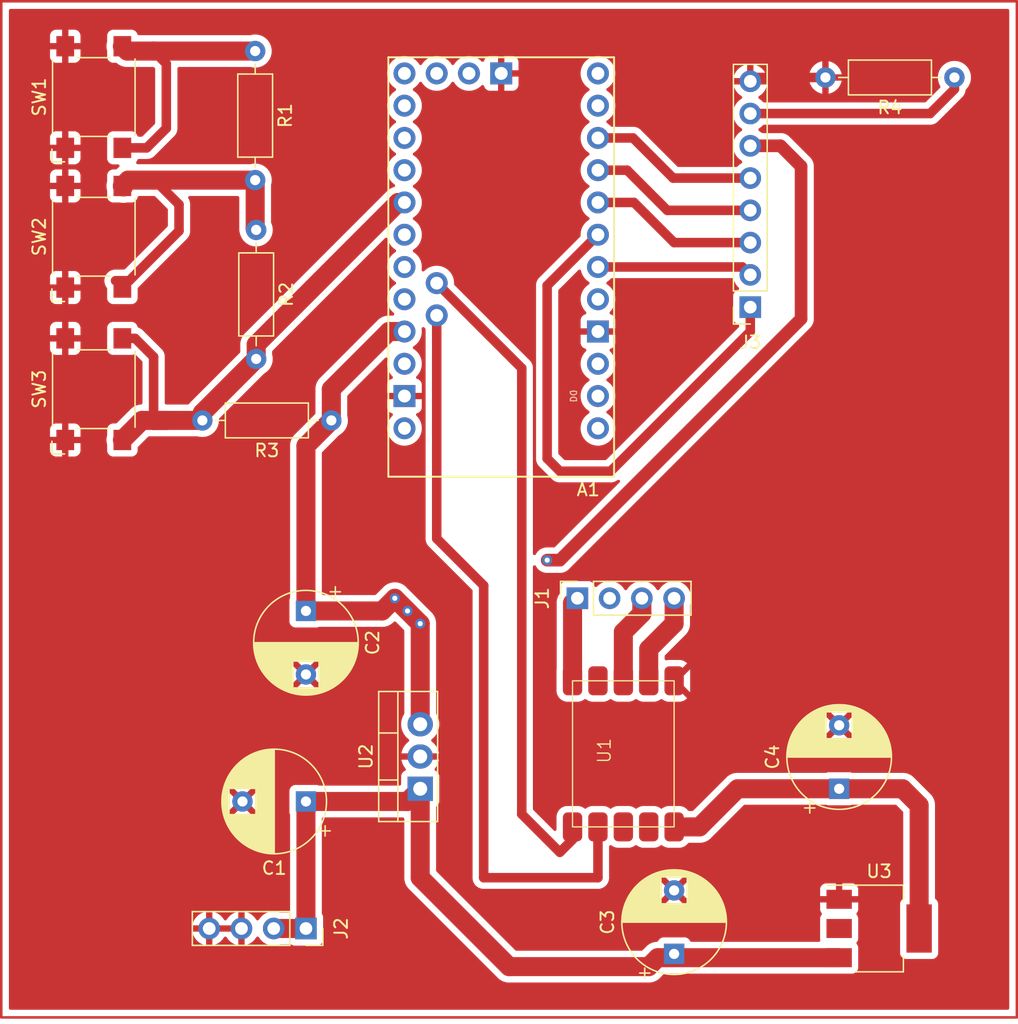
<source format=kicad_pcb>
(kicad_pcb (version 20221018) (generator pcbnew)
  (layers (0 "F.Cu" signal) (31 "B.Cu" signal) (34 "B.Paste" user) (35 "F.Paste" user) (36 "B.SilkS" user "B.Silkscreen") (37 "F.SilkS" user "F.Silkscreen") (38 "B.Mask" user) (39 "F.Mask" user) (44 "Edge.Cuts" user))
  (net 0 "")
  (net 1 "Net-(A1-PadA0)")
  (net 5 "Net-(A1-A4{slash}SDA)")
  (net 6 "Net-(A1-A5{slash}SCL)")
  (net 12 "Net-(A1-D3_INT1)")
  (net 13 "Net-(J3-Pin_1)")
  (net 14 "Net-(J3-Pin_3)")
  (net 15 "Net-(J3-Pin_4)")
  (net 16 "Net-(J3-Pin_5)")
  (net 23 "GND")
  (net 27 "+5V")
  (net 28 "Net-(J2-Pin_1)")
  (net 29 "+3.3V")
  (net 30 "Net-(J1-Pin_1)")
  (net 32 "Net-(J1-Pin_3)")
  (net 33 "Net-(J1-Pin_4)")
  (net 34 "Net-(J3-Pin_7)")
  (net 35 "Net-(R1-Pad1)")
  (net 36 "Net-(R1-Pad2)")
  (footprint "Connector_PinSocket_2.54mm:PinSocket_1x08_P2.54mm_Vertical" (layer "F.Cu") (at 122 69.08 180)
    (fp_text reference "J3" (at 0 -2.77) (layer "F.SilkS"))
    (fp_text value "Conn_01x08_Pin")
    (pad "1" thru_hole rect (at 0 0 180) (size 1.7 1.7) (drill 1) (layers "*.Cu" "*.Mask") (net 13 "Net-(J3-Pin_1)"))
    (pad "2" thru_hole oval (at 0 2.54 180) (size 1.7 1.7) (drill 1) (layers "*.Cu" "*.Mask") (net 12 "Net-(A1-D3_INT1)"))
    (pad "3" thru_hole oval (at 0 5.08 180) (size 1.7 1.7) (drill 1) (layers "*.Cu" "*.Mask") (net 14 "Net-(J3-Pin_3)"))
    (pad "4" thru_hole oval (at 0 7.62 180) (size 1.7 1.7) (drill 1) (layers "*.Cu" "*.Mask") (net 15 "Net-(J3-Pin_4)"))
    (pad "5" thru_hole oval (at 0 10.16 180) (size 1.7 1.7) (drill 1) (layers "*.Cu" "*.Mask") (net 16 "Net-(J3-Pin_5)"))
    (pad "6" thru_hole oval (at 0 12.7 180) (size 1.7 1.7) (drill 1) (layers "*.Cu" "*.Mask") (net 27 "+5V"))
    (pad "7" thru_hole oval (at 0 15.24 180) (size 1.7 1.7) (drill 1) (layers "*.Cu" "*.Mask") (net 34 "Net-(J3-Pin_7)"))
    (pad "8" thru_hole oval (at 0 17.78 180) (size 1.7 1.7) (drill 1) (layers "*.Cu" "*.Mask") (net 23 "GND"))
  )
  (footprint "PCM_arduino-library:Clone_Pro_Mini_Socket_NoSPH" (layer "F.Cu") (at 102.38 65.92 180)
    (fp_text reference "A1" (at -6.858 -17.526) (layer "F.SilkS"))
    (fp_text value "Clone_Pro_Mini_Socket_NoSPH")
    (fp_text user "D0" (at -5.715 -10.16 90 unlocked) (layer "B.SilkS") (effects (font (size 0.5 0.5) (thickness 0.075)) (justify mirror)))
    (fp_text user "D0" (at -5.715 -10.16 90 unlocked) (layer "F.SilkS") (effects (font (size 0.5 0.5) (thickness 0.075))))
    (pad "A0" thru_hole circle (at 7.62 5.08 180) (size 1.7272 1.7272) (drill 1.016) (layers "*.Cu" "*.Mask") (net 1 "Net-(A1-PadA0)"))
    (pad "A1" thru_hole circle (at 7.62 2.54 180) (size 1.7272 1.7272) (drill 1.016) (layers "*.Cu" "*.Mask"))
    (pad "A2" thru_hole circle (at 7.62 0 180) (size 1.7272 1.7272) (drill 1.016) (layers "*.Cu" "*.Mask"))
    (pad "A3" thru_hole circle (at 7.62 -2.54 180) (size 1.7272 1.7272) (drill 1.016) (layers "*.Cu" "*.Mask"))
    (pad "A4" thru_hole circle (at 5.08 -1.27 180) (size 1.7272 1.7272) (drill 1.016) (layers "*.Cu" "*.Mask") (net 5 "Net-(A1-A4{slash}SDA)"))
    (pad "A5" thru_hole circle (at 5.08 -3.81 180) (size 1.7272 1.7272) (drill 1.016) (layers "*.Cu" "*.Mask") (net 6 "Net-(A1-A5{slash}SCL)"))
    (pad "A6" thru_hole circle (at 2.54 15.24 180) (size 1.7272 1.7272) (drill 1.016) (layers "*.Cu" "*.Mask"))
    (pad "A7" thru_hole circle (at 5.08 15.24 180) (size 1.7272 1.7272) (drill 1.016) (layers "*.Cu" "*.Mask"))
    (pad "D0" thru_hole circle (at -7.62 -10.16 180) (size 1.7272 1.7272) (drill 1.016) (layers "*.Cu" "*.Mask"))
    (pad "D1" thru_hole circle (at -7.62 -12.7 180) (size 1.7272 1.7272) (drill 1.016) (layers "*.Cu" "*.Mask"))
    (pad "D2" thru_hole circle (at -7.62 -2.54 180) (size 1.7272 1.7272) (drill 1.016) (layers "*.Cu" "*.Mask"))
    (pad "D3" thru_hole circle (at -7.62 0 180) (size 1.7272 1.7272) (drill 1.016) (layers "*.Cu" "*.Mask") (net 12 "Net-(A1-D3_INT1)"))
    (pad "D4" thru_hole circle (at -7.62 2.54 180) (size 1.7272 1.7272) (drill 1.016) (layers "*.Cu" "*.Mask") (net 13 "Net-(J3-Pin_1)"))
    (pad "D5" thru_hole circle (at -7.62 5.08 180) (size 1.7272 1.7272) (drill 1.016) (layers "*.Cu" "*.Mask") (net 14 "Net-(J3-Pin_3)"))
    (pad "D6" thru_hole circle (at -7.62 7.62 180) (size 1.7272 1.7272) (drill 1.016) (layers "*.Cu" "*.Mask") (net 15 "Net-(J3-Pin_4)"))
    (pad "D7" thru_hole circle (at -7.62 10.16 180) (size 1.7272 1.7272) (drill 1.016) (layers "*.Cu" "*.Mask") (net 16 "Net-(J3-Pin_5)"))
    (pad "D8" thru_hole circle (at -7.62 12.7 180) (size 1.7272 1.7272) (drill 1.016) (layers "*.Cu" "*.Mask"))
    (pad "D9" thru_hole circle (at -7.62 15.24 180) (size 1.7272 1.7272) (drill 1.016) (layers "*.Cu" "*.Mask"))
    (pad "D10" thru_hole circle (at 7.62 15.24 180) (size 1.7272 1.7272) (drill 1.016) (layers "*.Cu" "*.Mask"))
    (pad "D11" thru_hole circle (at 7.62 12.7 180) (size 1.7272 1.7272) (drill 1.016) (layers "*.Cu" "*.Mask"))
    (pad "D12" thru_hole circle (at 7.62 10.16 180) (size 1.7272 1.7272) (drill 1.016) (layers "*.Cu" "*.Mask"))
    (pad "D13" thru_hole circle (at 7.62 7.62 180) (size 1.7272 1.7272) (drill 1.016) (layers "*.Cu" "*.Mask"))
    (pad "GND1" thru_hole rect (at -7.62 -5.08 180) (size 1.7272 1.7272) (drill 1.016) (layers "*.Cu" "*.Mask") (net 23 "GND"))
    (pad "GND2" thru_hole rect (at 7.62 -10.16 180) (size 1.7272 1.7272) (drill 1.016) (layers "*.Cu" "*.Mask") (net 23 "GND"))
    (pad "GND3" thru_hole rect (at 0 15.24 180) (size 1.7272 1.7272) (drill 1.016) (layers "*.Cu" "*.Mask") (net 23 "GND"))
    (pad "RAW" thru_hole circle (at 7.62 -12.7 180) (size 1.7272 1.7272) (drill 1.016) (layers "*.Cu" "*.Mask"))
    (pad "RST1" thru_hole circle (at -7.62 -7.62 180) (size 1.7272 1.7272) (drill 1.016) (layers "*.Cu" "*.Mask"))
    (pad "RST2" thru_hole circle (at 7.62 -7.62 180) (size 1.7272 1.7272) (drill 1.016) (layers "*.Cu" "*.Mask"))
    (pad "Vcc1" thru_hole circle (at 7.62 -5.08 180) (size 1.7272 1.7272) (drill 1.016) (layers "*.Cu" "*.Mask") (net 27 "+5V"))
  )
  (footprint "Package_TO_SOT_THT:TO-220-3_Vertical" (layer "F.Cu") (at 96 107 90)
    (fp_text reference "U2" (at 2.54 -4.27 90) (layer "F.SilkS"))
    (fp_text value "LM7805_TO220")
    (pad "1" thru_hole rect (at 0 0 90) (size 1.905 2) (drill 1.1) (layers "*.Cu" "*.Mask") (net 28 "Net-(J2-Pin_1)"))
    (pad "2" thru_hole oval (at 2.54 0 90) (size 1.905 2) (drill 1.1) (layers "*.Cu" "*.Mask") (net 23 "GND"))
    (pad "3" thru_hole oval (at 5.08 0 90) (size 1.905 2) (drill 1.1) (layers "*.Cu" "*.Mask") (net 27 "+5V"))
  )
  (footprint "Button_Switch_SMD:SW_SPST_Omron_B3FS-100xP" (layer "F.Cu") (at 70.29 52.54 90)
    (fp_text reference "SW1" (at 0 -4.3 90) (layer "F.SilkS"))
    (fp_text value "SW_Push")
    (pad "1" smd rect (at -4 -2.25 270) (size 1.6 1.4) (layers "F.Cu" "F.Paste" "F.Mask") (net 23 "GND"))
    (pad "1" smd rect (at 4 -2.25 270) (size 1.6 1.4) (layers "F.Cu" "F.Paste" "F.Mask") (net 23 "GND"))
    (pad "2" smd rect (at -4 2.25 270) (size 1.6 1.4) (layers "F.Cu" "F.Paste" "F.Mask") (net 35 "Net-(R1-Pad1)"))
    (pad "2" smd rect (at 4 2.25 270) (size 1.6 1.4) (layers "F.Cu" "F.Paste" "F.Mask") (net 35 "Net-(R1-Pad1)"))
  )
  (footprint "Capacitor_THT:CP_Radial_D8.0mm_P5.00mm" (layer "F.Cu") (at 87 108 180)
    (fp_text reference "C1" (at 2.5 -5.25) (layer "F.SilkS"))
    (fp_text value "C")
    (pad "1" thru_hole rect (at 0 0 180) (size 1.6 1.6) (drill 0.8) (layers "*.Cu" "*.Mask") (net 28 "Net-(J2-Pin_1)"))
    (pad "2" thru_hole circle (at 5 0 180) (size 1.6 1.6) (drill 0.8) (layers "*.Cu" "*.Mask") (net 23 "GND"))
  )
  (footprint "Connector_PinSocket_2.54mm:PinSocket_1x04_P2.54mm_Vertical" (layer "F.Cu") (at 108.38 92 90)
    (fp_text reference "J1" (at 0 -2.77 90) (layer "F.SilkS"))
    (fp_text value "Conn_01x04_Socket")
    (pad "1" thru_hole rect (at 0 0 90) (size 1.7 1.7) (drill 1) (layers "*.Cu" "*.Mask") (net 30 "Net-(J1-Pin_1)"))
    (pad "2" thru_hole oval (at 0 2.54 90) (size 1.7 1.7) (drill 1) (layers "*.Cu" "*.Mask"))
    (pad "3" thru_hole oval (at 0 5.08 90) (size 1.7 1.7) (drill 1) (layers "*.Cu" "*.Mask") (net 32 "Net-(J1-Pin_3)"))
    (pad "4" thru_hole oval (at 0 7.62 90) (size 1.7 1.7) (drill 1) (layers "*.Cu" "*.Mask") (net 33 "Net-(J1-Pin_4)"))
  )
  (footprint "Connector_PinSocket_2.54mm:PinSocket_1x04_P2.54mm_Vertical" (layer "F.Cu") (at 87 118 -90)
    (fp_text reference "J2" (at 0 -2.77 90) (layer "F.SilkS"))
    (fp_text value "Conn_01x04_Socket")
    (pad "1" thru_hole rect (at 0 0 270) (size 1.7 1.7) (drill 1) (layers "*.Cu" "*.Mask") (net 28 "Net-(J2-Pin_1)"))
    (pad "2" thru_hole oval (at 0 2.54 270) (size 1.7 1.7) (drill 1) (layers "*.Cu" "*.Mask") (net 28 "Net-(J2-Pin_1)"))
    (pad "3" thru_hole oval (at 0 5.08 270) (size 1.7 1.7) (drill 1) (layers "*.Cu" "*.Mask") (net 23 "GND"))
    (pad "4" thru_hole oval (at 0 7.62 270) (size 1.7 1.7) (drill 1) (layers "*.Cu" "*.Mask") (net 23 "GND"))
  )
  (footprint "Resistor_THT:R_Axial_DIN0207_L6.3mm_D2.5mm_P10.16mm_Horizontal" (layer "F.Cu") (at 83.08 63 -90)
    (fp_text reference "R2" (at 5.08 -2.37 90) (layer "F.SilkS"))
    (fp_text value "R")
    (pad "1" thru_hole circle (at 0 0 270) (size 1.6 1.6) (drill 0.8) (layers "*.Cu" "*.Mask") (net 36 "Net-(R1-Pad2)"))
    (pad "2" thru_hole oval (at 10.16 0 270) (size 1.6 1.6) (drill 0.8) (layers "*.Cu" "*.Mask") (net 1 "Net-(A1-PadA0)"))
  )
  (footprint "Resistor_THT:R_Axial_DIN0207_L6.3mm_D2.5mm_P10.16mm_Horizontal" (layer "F.Cu") (at 83 48.92 -90)
    (fp_text reference "R1" (at 5.08 -2.37 90) (layer "F.SilkS"))
    (fp_text value "R")
    (pad "1" thru_hole circle (at 0 0 270) (size 1.6 1.6) (drill 0.8) (layers "*.Cu" "*.Mask") (net 35 "Net-(R1-Pad1)"))
    (pad "2" thru_hole oval (at 10.16 0 270) (size 1.6 1.6) (drill 0.8) (layers "*.Cu" "*.Mask") (net 36 "Net-(R1-Pad2)"))
  )
  (footprint "Package_TO_SOT_SMD:SOT-223-3_TabPin2" (layer "F.Cu") (at 132.15 118)
    (fp_text reference "U3" (at 0 -4.5) (layer "F.SilkS"))
    (fp_text value "AMS1117-3.3")
    (pad "1" smd rect (at -3.15 -2.3) (size 2 1.5) (layers "F.Cu" "F.Paste" "F.Mask") (net 23 "GND"))
    (pad "2" smd rect (at -3.15 0) (size 2 1.5) (layers "F.Cu" "F.Paste" "F.Mask") (net 29 "+3.3V"))
    (pad "2" smd rect (at 3.15 0) (size 2 3.8) (layers "F.Cu" "F.Paste" "F.Mask") (net 29 "+3.3V"))
    (pad "3" smd rect (at -3.15 2.3) (size 2 1.5) (layers "F.Cu" "F.Paste" "F.Mask") (net 28 "Net-(J2-Pin_1)"))
  )
  (footprint "Library:rda" (layer "F.Cu") (at 108 110 90)
    (fp_text reference "U1" (at 6 2.5 90 unlocked) (layer "F.SilkS") (effects (font (thickness 0.1))))
    (fp_text value "~")
    (pad "1" smd roundrect (at 0 0 90) (size 2.286 1.524) (layers "F.Cu" "F.Paste" "F.Mask") (net 5 "Net-(A1-A4{slash}SDA)"))
    (pad "2" smd roundrect (at 0 2 90) (size 2.286 1.524) (layers "F.Cu" "F.Paste" "F.Mask") (net 6 "Net-(A1-A5{slash}SCL)"))
    (pad "3" smd roundrect (at 0 4 90) (size 2.286 1.524) (layers "F.Cu" "F.Paste" "F.Mask"))
    (pad "4" smd roundrect (at 0 6 90) (size 2.286 1.524) (layers "F.Cu" "F.Paste" "F.Mask"))
    (pad "5" smd roundrect (at 0 8 90) (size 2.286 1.524) (layers "F.Cu" "F.Paste" "F.Mask") (net 29 "+3.3V"))
    (pad "6" smd roundrect (at 11.5 0 90) (size 2.286 1.524) (layers "F.Cu" "F.Paste" "F.Mask") (net 30 "Net-(J1-Pin_1)"))
    (pad "7" smd roundrect (at 11.5 2 90) (size 2.286 1.524) (layers "F.Cu" "F.Paste" "F.Mask"))
    (pad "8" smd roundrect (at 11.5 4 90) (size 2.286 1.524) (layers "F.Cu" "F.Paste" "F.Mask") (net 32 "Net-(J1-Pin_3)"))
    (pad "9" smd roundrect (at 11.5 6 90) (size 2.286 1.524) (layers "F.Cu" "F.Paste" "F.Mask") (net 33 "Net-(J1-Pin_4)"))
    (pad "10" smd roundrect (at 11.5 8 90) (size 2.286 1.524) (layers "F.Cu" "F.Paste" "F.Mask") (net 23 "GND"))
  )
  (footprint "Button_Switch_SMD:SW_SPST_Omron_B3FS-100xP" (layer "F.Cu") (at 70.29 63.54 90)
    (fp_text reference "SW2" (at 0 -4.3 90) (layer "F.SilkS"))
    (fp_text value "SW_Push")
    (pad "1" smd rect (at -4 -2.25 270) (size 1.6 1.4) (layers "F.Cu" "F.Paste" "F.Mask") (net 23 "GND"))
    (pad "1" smd rect (at 4 -2.25 270) (size 1.6 1.4) (layers "F.Cu" "F.Paste" "F.Mask") (net 23 "GND"))
    (pad "2" smd rect (at -4 2.25 270) (size 1.6 1.4) (layers "F.Cu" "F.Paste" "F.Mask") (net 36 "Net-(R1-Pad2)"))
    (pad "2" smd rect (at 4 2.25 270) (size 1.6 1.4) (layers "F.Cu" "F.Paste" "F.Mask") (net 36 "Net-(R1-Pad2)"))
  )
  (footprint "Capacitor_THT:CP_Radial_D8.0mm_P5.00mm" (layer "F.Cu") (at 129 107 90)
    (fp_text reference "C4" (at 2.5 -5.25 90) (layer "F.SilkS"))
    (fp_text value "C")
    (pad "1" thru_hole rect (at 0 0 90) (size 1.6 1.6) (drill 0.8) (layers "*.Cu" "*.Mask") (net 29 "+3.3V"))
    (pad "2" thru_hole circle (at 5 0 90) (size 1.6 1.6) (drill 0.8) (layers "*.Cu" "*.Mask") (net 23 "GND"))
  )
  (footprint "Resistor_THT:R_Axial_DIN0207_L6.3mm_D2.5mm_P10.16mm_Horizontal" (layer "F.Cu") (at 138.08 51 180)
    (fp_text reference "R4" (at 5.08 -2.37) (layer "F.SilkS"))
    (fp_text value "R")
    (pad "1" thru_hole circle (at 0 0 180) (size 1.6 1.6) (drill 0.8) (layers "*.Cu" "*.Mask") (net 34 "Net-(J3-Pin_7)"))
    (pad "2" thru_hole oval (at 10.16 0 180) (size 1.6 1.6) (drill 0.8) (layers "*.Cu" "*.Mask") (net 23 "GND"))
  )
  (footprint "Button_Switch_SMD:SW_SPST_Omron_B3FS-100xP" (layer "F.Cu") (at 70.29 75.54 90)
    (fp_text reference "SW3" (at 0 -4.3 90) (layer "F.SilkS"))
    (fp_text value "SW_Push")
    (pad "1" smd rect (at -4 -2.25 270) (size 1.6 1.4) (layers "F.Cu" "F.Paste" "F.Mask") (net 23 "GND"))
    (pad "1" smd rect (at 4 -2.25 270) (size 1.6 1.4) (layers "F.Cu" "F.Paste" "F.Mask") (net 23 "GND"))
    (pad "2" smd rect (at -4 2.25 270) (size 1.6 1.4) (layers "F.Cu" "F.Paste" "F.Mask") (net 1 "Net-(A1-PadA0)"))
    (pad "2" smd rect (at 4 2.25 270) (size 1.6 1.4) (layers "F.Cu" "F.Paste" "F.Mask") (net 1 "Net-(A1-PadA0)"))
  )
  (footprint "Capacitor_THT:CP_Radial_D8.0mm_P5.00mm" (layer "F.Cu") (at 116 120 90)
    (fp_text reference "C3" (at 2.5 -5.25 90) (layer "F.SilkS"))
    (fp_text value "C")
    (pad "1" thru_hole rect (at 0 0 90) (size 1.6 1.6) (drill 0.8) (layers "*.Cu" "*.Mask") (net 28 "Net-(J2-Pin_1)"))
    (pad "2" thru_hole circle (at 5 0 90) (size 1.6 1.6) (drill 0.8) (layers "*.Cu" "*.Mask") (net 23 "GND"))
  )
  (footprint "Resistor_THT:R_Axial_DIN0207_L6.3mm_D2.5mm_P10.16mm_Horizontal" (layer "F.Cu") (at 89 78 180)
    (fp_text reference "R3" (at 5.08 -2.37) (layer "F.SilkS"))
    (fp_text value "R")
    (pad "1" thru_hole circle (at 0 0 180) (size 1.6 1.6) (drill 0.8) (layers "*.Cu" "*.Mask") (net 27 "+5V"))
    (pad "2" thru_hole oval (at 10.16 0 180) (size 1.6 1.6) (drill 0.8) (layers "*.Cu" "*.Mask") (net 1 "Net-(A1-PadA0)"))
  )
  (footprint "Capacitor_THT:CP_Radial_D8.0mm_P5.00mm" (layer "F.Cu") (at 87 93 -90)
    (fp_text reference "C2" (at 2.5 -5.25 90) (layer "F.SilkS"))
    (fp_text value "C")
    (pad "1" thru_hole rect (at 0 0 270) (size 1.6 1.6) (drill 0.8) (layers "*.Cu" "*.Mask") (net 27 "+5V"))
    (pad "2" thru_hole circle (at 5 0 270) (size 1.6 1.6) (drill 0.8) (layers "*.Cu" "*.Mask") (net 23 "GND"))
  )
  (gr_rect (start 63 45) (end 143 125) (stroke (width 0.2)) (fill none) (layer "F.Cu"))
  (segment (start 75 73) (end 75 78) (width 0.75) (layer "F.Cu") (net 1))
  (segment (start 75 78) (end 74.08 78) (width 1.5) (layer "F.Cu") (net 1))
  (segment (start 78.84 77.4) (end 83.08 73.16) (width 1.5) (layer "F.Cu") (net 1))
  (segment (start 94.26863 60.84) (end 94.76 60.84) (width 1.5) (layer "F.Cu") (net 1))
  (segment (start 75 78) (end 76 78) (width 1.5) (layer "F.Cu") (net 1))
  (segment (start 74.08 78) (end 72.54 79.54) (width 1.5) (layer "F.Cu") (net 1))
  (segment (start 83.08 72.02863) (end 94.26863 60.84) (width 1.5) (layer "F.Cu") (net 1))
  (segment (start 73.54 71.54) (end 75 73) (width 0.75) (layer "F.Cu") (net 1))
  (segment (start 73.54 71.54) (end 72.54 71.54) (width 0.75) (layer "F.Cu") (net 1))
  (segment (start 78.84 78) (end 78.84 77.4) (width 1.5) (layer "F.Cu") (net 1))
  (segment (start 78.84 78) (end 75 78) (width 1.5) (layer "F.Cu") (net 1))
  (segment (start 83.08 73.16) (end 83.08 72.02863) (width 1.5) (layer "F.Cu") (net 1))
  (segment (start 107 112) (end 104 109) (width 0.75) (layer "F.Cu") (net 5))
  (segment (start 108 111) (end 107 112) (width 0.75) (layer "F.Cu") (net 5))
  (segment (start 104 73.89) (end 97.3 67.19) (width 0.75) (layer "F.Cu") (net 5))
  (segment (start 108 110) (end 108 111) (width 0.75) (layer "F.Cu") (net 5))
  (segment (start 104 109) (end 104 73.89) (width 0.75) (layer "F.Cu") (net 5))
  (segment (start 97.3 87.3) (end 101 91) (width 0.75) (layer "F.Cu") (net 6))
  (segment (start 97.3 69.73) (end 97.3 87.3) (width 0.75) (layer "F.Cu") (net 6))
  (segment (start 101 114) (end 110 114) (width 0.75) (layer "F.Cu") (net 6))
  (segment (start 101 91) (end 101 114) (width 0.75) (layer "F.Cu") (net 6))
  (segment (start 110 114) (end 110 110) (width 0.75) (layer "F.Cu") (net 6))
  (segment (start 121.38 65.92) (end 122 66.54) (width 0.75) (layer "F.Cu") (net 12))
  (segment (start 110 65.92) (end 121.38 65.92) (width 0.75) (layer "F.Cu") (net 12))
  (segment (start 106 67.38) (end 110 63.38) (width 0.75) (layer "F.Cu") (net 13))
  (segment (start 111 82) (end 107 82) (width 0.75) (layer "F.Cu") (net 13))
  (segment (start 106 81) (end 106 67.38) (width 0.75) (layer "F.Cu") (net 13))
  (segment (start 122 71) (end 111 82) (width 0.75) (layer "F.Cu") (net 13))
  (segment (start 107 82) (end 106 81) (width 0.75) (layer "F.Cu") (net 13))
  (segment (start 122 69.08) (end 122 71) (width 0.75) (layer "F.Cu") (net 13))
  (segment (start 116 64) (end 112.84 60.84) (width 0.75) (layer "F.Cu") (net 14))
  (segment (start 122 64) (end 116 64) (width 0.75) (layer "F.Cu") (net 14))
  (segment (start 112.84 60.84) (end 110 60.84) (width 0.75) (layer "F.Cu") (net 14))
  (segment (start 115.46 61.46) (end 122 61.46) (width 0.75) (layer "F.Cu") (net 15))
  (segment (start 110 58.3) (end 112.3 58.3) (width 0.75) (layer "F.Cu") (net 15))
  (segment (start 112.3 58.3) (end 115.46 61.46) (width 0.75) (layer "F.Cu") (net 15))
  (segment (start 112.76 55.76) (end 110 55.76) (width 0.75) (layer "F.Cu") (net 16))
  (segment (start 115.92 58.92) (end 112.76 55.76) (width 0.75) (layer "F.Cu") (net 16))
  (segment (start 122 58.92) (end 115.92 58.92) (width 0.75) (layer "F.Cu") (net 16))
  (segment (start 122.3 51) (end 122 51.3) (width 0.75) (layer "F.Cu") (net 23))
  (segment (start 127.92 51) (end 122.3 51) (width 0.75) (layer "F.Cu") (net 23))
  (segment (start 96 94) (end 95 93) (width 1.5) (layer "F.Cu") (net 27))
  (segment (start 95 93) (end 94 92) (width 1.5) (layer "F.Cu") (net 27))
  (segment (start 87 93) (end 87 80) (width 1.5) (layer "F.Cu") (net 27))
  (segment (start 93 93) (end 87 93) (width 1.5) (layer "F.Cu") (net 27))
  (segment (start 93.538686 71) (end 94.76 71) (width 1.5) (layer "F.Cu") (net 27))
  (segment (start 94 92) (end 93 93) (width 1.5) (layer "F.Cu") (net 27))
  (segment (start 124.38 56.38) (end 126 58) (width 1) (layer "F.Cu") (net 27))
  (segment (start 126 58) (end 126 70) (width 1) (layer "F.Cu") (net 27))
  (segment (start 122 56.38) (end 124.38 56.38) (width 1) (layer "F.Cu") (net 27))
  (segment (start 96 101.92) (end 96 94) (width 1.5) (layer "F.Cu") (net 27))
  (segment (start 126 70) (end 107 89) (width 1) (layer "F.Cu") (net 27))
  (segment (start 107 89) (end 106 89) (width 1) (layer "F.Cu") (net 27))
  (segment (start 87 80) (end 89 78) (width 1.5) (layer "F.Cu") (net 27))
  (segment (start 89 78) (end 89 75.538686) (width 1.5) (layer "F.Cu") (net 27))
  (segment (start 89 75.538686) (end 93.538686 71) (width 1.5) (layer "F.Cu") (net 27))
  (via (at 95 93) (size 0.8) (drill 0.4) (layers "F.Cu" "B.Cu") (net 27))
  (via (at 96 94) (size 0.8) (drill 0.4) (layers "F.Cu" "B.Cu") (net 27))
  (via (at 94 92) (size 0.8) (drill 0.4) (layers "F.Cu" "B.Cu") (net 27))
  (via (at 106 89) (size 0.8) (drill 0.4) (layers "F.Cu" "B.Cu") (net 27))
  (segment (start 87 108) (end 87 118) (width 1.5) (layer "F.Cu") (net 28))
  (segment (start 87 108) (end 95 108) (width 1.5) (layer "F.Cu") (net 28))
  (segment (start 114 121) (end 114.7 120.3) (width 1.5) (layer "F.Cu") (net 28))
  (segment (start 96 114) (end 103 121) (width 1.5) (layer "F.Cu") (net 28))
  (segment (start 96 107) (end 96 114) (width 1.5) (layer "F.Cu") (net 28))
  (segment (start 95 108) (end 96 107) (width 1.5) (layer "F.Cu") (net 28))
  (segment (start 103 121) (end 114 121) (width 1.5) (layer "F.Cu") (net 28))
  (segment (start 114.7 120.3) (end 129 120.3) (width 1.5) (layer "F.Cu") (net 28))
  (segment (start 87 118) (end 84.46 118) (width 1.5) (layer "F.Cu") (net 28))
  (segment (start 135.3 118) (end 135.3 108.3) (width 1.5) (layer "F.Cu") (net 29))
  (segment (start 121 107) (end 118 110) (width 1.5) (layer "F.Cu") (net 29))
  (segment (start 129 107) (end 121 107) (width 1.5) (layer "F.Cu") (net 29))
  (segment (start 134 107) (end 129 107) (width 1.5) (layer "F.Cu") (net 29))
  (segment (start 118 110) (end 116 110) (width 1.5) (layer "F.Cu") (net 29))
  (segment (start 135.3 108.3) (end 134 107) (width 1.5) (layer "F.Cu") (net 29))
  (segment (start 108 92.38) (end 108.38 92) (width 1.5) (layer "F.Cu") (net 30))
  (segment (start 108 98.5) (end 108 92.38) (width 1.5) (layer "F.Cu") (net 30))
  (segment (start 112 94.662081) (end 113.46 93.202081) (width 1.5) (layer "F.Cu") (net 32))
  (segment (start 112 98.5) (end 112 94.662081) (width 1.5) (layer "F.Cu") (net 32))
  (segment (start 113.46 93.202081) (end 113.46 92) (width 1.5) (layer "F.Cu") (net 32))
  (segment (start 114 98.5) (end 114 96) (width 1.5) (layer "F.Cu") (net 33))
  (segment (start 114 96) (end 116 94) (width 1.5) (layer "F.Cu") (net 33))
  (segment (start 116 94) (end 116 92) (width 1.5) (layer "F.Cu") (net 33))
  (segment (start 136.16 53.84) (end 138.08 51.92) (width 0.75) (layer "F.Cu") (net 34))
  (segment (start 122 53.84) (end 136.16 53.84) (width 0.75) (layer "F.Cu") (net 34))
  (segment (start 138.08 51.92) (end 138.08 51) (width 0.75) (layer "F.Cu") (net 34))
  (segment (start 76 49.92) (end 75 48.92) (width 0.75) (layer "F.Cu") (net 35))
  (segment (start 72.54 56.54) (end 74.46 56.54) (width 0.75) (layer "F.Cu") (net 35))
  (segment (start 83 48.92) (end 75 48.92) (width 1.5) (layer "F.Cu") (net 35))
  (segment (start 75 48.92) (end 72.92 48.92) (width 1.5) (layer "F.Cu") (net 35))
  (segment (start 76 55) (end 76 49.92) (width 0.75) (layer "F.Cu") (net 35))
  (segment (start 74.46 56.54) (end 76 55) (width 0.75) (layer "F.Cu") (net 35))
  (segment (start 72.92 48.92) (end 72.54 48.54) (width 1.5) (layer "F.Cu") (net 35))
  (segment (start 75 59.08) (end 73 59.08) (width 1.5) (layer "F.Cu") (net 36))
  (segment (start 75.08 59.08) (end 75 59.08) (width 0.25) (layer "F.Cu") (net 36))
  (segment (start 83 59.08) (end 83 62.92) (width 1.5) (layer "F.Cu") (net 36))
  (segment (start 73.08 67) (end 77 63.08) (width 0.75) (layer "F.Cu") (net 36))
  (segment (start 77 61) (end 75.08 59.08) (width 0.75) (layer "F.Cu") (net 36))
  (segment (start 77 63.08) (end 77 61) (width 0.75) (layer "F.Cu") (net 36))
  (segment (start 83 59.08) (end 75 59.08) (width 1.5) (layer "F.Cu") (net 36))
  (segment (start 83 62.92) (end 83.08 63) (width 1.5) (layer "F.Cu") (net 36))
  (segment (start 72 67) (end 73.08 67) (width 0.75) (layer "F.Cu") (net 36))
  (segment (start 72.62 59.62) (end 72.54 59.54) (width 1.5) (layer "F.Cu") (net 36))
  (segment (start 73 59.08) (end 72.54 59.54) (width 1.5) (layer "F.Cu") (net 36))
  (zone (net 23) (net_name "GND") (layer "F.Cu") (priority 1) (connect_pads (clearance 0.5)) (min_thickness 0.25) (fill yes (thermal_gap 0.5) (thermal_bridge_width 0.5))
    (polygon (pts (xy 63 45) (xy 143 45) (xy 143 125) (xy 63 125)))
  )
)
</source>
